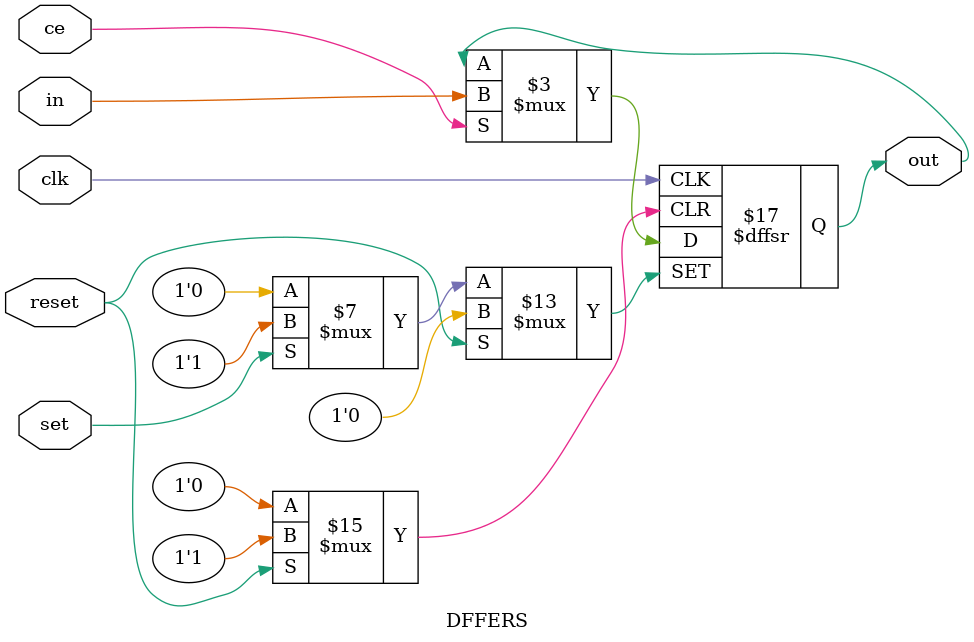
<source format=v>


module contador ( Q, clk, en, clr_n ) ;

    output [7:0]Q ;
    input clk ;
    input en ;
    input clr_n ;

    wire NOT_clk, nx123, nx124, nx125, nx126, nx127, nx128, nx129, NOT__2233;



    FD1I0 ti_reg_q (.Q (Q[0]), .XQ (nx123), .D (nx123), .CK (NOT_clk), .EN (en)
          , .CL (clr_n)) ;
    IV1N0 ix140 (.X (NOT_clk), .A (clk)) ;
    FD1I0 row_1_ti_reg_q (.Q (Q[1]), .XQ (nx124), .D (nx124), .CK (nx123), .EN (
          en), .CL (clr_n)) ;
    FD1I0 row_2_ti_reg_q (.Q (Q[2]), .XQ (nx125), .D (nx125), .CK (nx124), .EN (
          en), .CL (clr_n)) ;
    FD1I0 row_3_ti_reg_q (.Q (Q[3]), .XQ (nx126), .D (nx126), .CK (nx125), .EN (
          en), .CL (clr_n)) ;
    FD1I0 row_4_ti_reg_q (.Q (Q[4]), .XQ (nx127), .D (nx127), .CK (nx126), .EN (
          en), .CL (clr_n)) ;
    FD1I0 row_5_ti_reg_q (.Q (Q[5]), .XQ (nx128), .D (nx128), .CK (nx127), .EN (
          en), .CL (clr_n)) ;
    FD1I0 row_6_ti_reg_q (.Q (Q[6]), .XQ (nx129), .D (nx129), .CK (nx128), .EN (
          en), .CL (clr_n)) ;
    FD1I0 row_7_ti_reg_q (.Q (Q[7]), .XQ (NOT__2233), .D (NOT__2233), .CK (nx129
          ), .EN (en), .CL (clr_n)) ;
endmodule


module IV1N0 ( X, A ) ;

    output X ;
    input A ;




    assign X = ~A ;
endmodule


module FD1I0 ( Q, XQ, D, CK, EN, CL ) ;

    output Q ;
    output XQ ;
    input D ;
    input CK ;
    input EN ;
    input CL ;

    wire NOT_CL, nx4;



    assign NOT_CL = ~CL ;
    DFFERS ix3 (.set (nx4), .reset (NOT_CL), .in (D), .clk (CK), .ce (EN), .out (
           Q)) ;
    assign nx4 = 0 ;
    assign XQ = ~Q ;
endmodule


module DFFERS ( set, reset, in, clk, ce, out ) ;

    input set ;
    input reset ;
    input in ;
    input clk ;
    input ce ;
    output out ;
reg out; 
always @ (posedge set or posedge reset or posedge clk)
begin
    if (set) out = 1;
    else if (reset) out = 0;
    else begin
      if (ce)     out = in;
    end
end

endmodule


</source>
